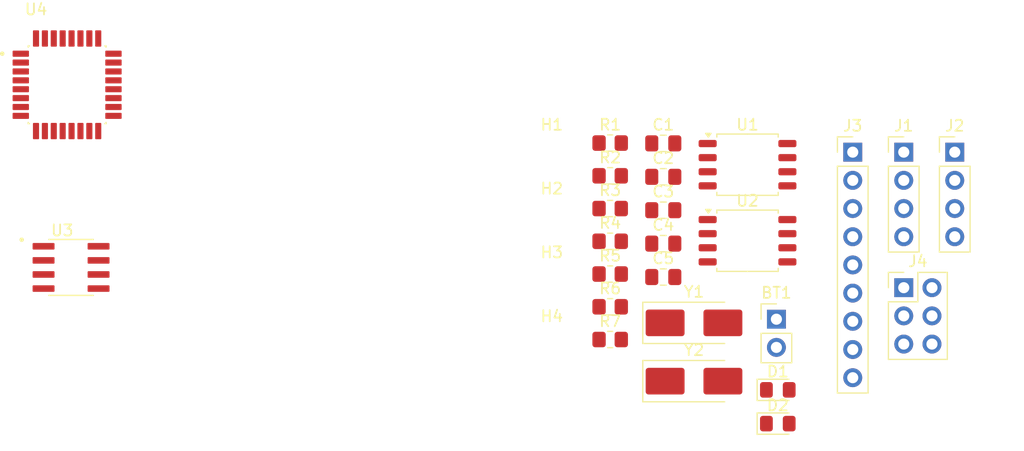
<source format=kicad_pcb>
(kicad_pcb (version 20241229) (generator "pcbnew") (generator_version "9.0")
  (layers (0 "F.Cu" signal) (2 "B.Cu" signal) (13 "F.Paste" user) (15 "B.Paste" user) (5 "F.SilkS" user "F.Silkscreen") (7 "B.SilkS" user "B.Silkscreen") (1 "F.Mask" user) (3 "B.Mask" user) (25 "Edge.Cuts" user))
  (net 0 "")
  (footprint "Resistor_SMD:R_0805_2012Metric_Pad1.20x1.40mm_HandSolder" (layer "F.Cu") (at 128.29 80.49)
    (property "Reference" "R4" (at 0 -1.65 0) (layer "F.SilkS"))
    (property "Value" "4.7K")
    (fp_line (start -0.227064 -0.735) (end 0.227064 -0.735) (stroke (width 0.12)) (layer "F.SilkS"))
    (fp_line (start -0.227064 0.735) (end 0.227064 0.735) (stroke (width 0.12)) (layer "F.SilkS"))
    (pad "1" smd roundrect (at -1 0) (size 1.2 1.4) (layers "F.Cu" "F.Mask" "F.Paste") (roundrect_rratio 0.208333))
    (pad "2" smd roundrect (at 1 0) (size 1.2 1.4) (layers "F.Cu" "F.Mask" "F.Paste") (roundrect_rratio 0.208333))
  )
  (footprint "Crystal:Crystal_SMD_5032-2Pin_5.0x3.2mm_HandSoldering" (layer "F.Cu") (at 135.835 87.84)
    (property "Reference" "Y1" (at 0 -2.8 0) (layer "F.SilkS"))
    (property "Value" "32.768 KHz")
    (fp_line (start -4.61 -1.86) (end -4.61 1.86) (stroke (width 0.12)) (layer "F.SilkS"))
    (fp_line (start -4.61 1.86) (end 2.76 1.86) (stroke (width 0.12)) (layer "F.SilkS"))
    (fp_line (start 2.76 -1.86) (end -4.61 -1.86) (stroke (width 0.12)) (layer "F.SilkS"))
    (pad "1" smd roundrect (at -2.6 0) (size 3.5 2.4) (layers "F.Cu" "F.Mask" "F.Paste") (roundrect_rratio 0.104167))
    (pad "2" smd roundrect (at 2.6 0) (size 3.5 2.4) (layers "F.Cu" "F.Mask" "F.Paste") (roundrect_rratio 0.104167))
  )
  (footprint "Capacitor_SMD:C_0805_2012Metric_Pad1.18x1.45mm_HandSolder" (layer "F.Cu") (at 133.07 71.67)
    (property "Reference" "C1" (at 0 -1.68 0) (layer "F.SilkS"))
    (property "Value" "0.1u")
    (fp_line (start -0.261252 -0.735) (end 0.261252 -0.735) (stroke (width 0.12)) (layer "F.SilkS"))
    (fp_line (start -0.261252 0.735) (end 0.261252 0.735) (stroke (width 0.12)) (layer "F.SilkS"))
    (pad "1" smd roundrect (at -1.0375 0) (size 1.175 1.45) (layers "F.Cu" "F.Mask" "F.Paste") (roundrect_rratio 0.212766))
    (pad "2" smd roundrect (at 1.0375 0) (size 1.175 1.45) (layers "F.Cu" "F.Mask" "F.Paste") (roundrect_rratio 0.212766))
  )
  (footprint "LED_SMD:LED_0805_2012Metric_Pad1.15x1.40mm_HandSolder" (layer "F.Cu") (at 143.375 93.875)
    (property "Reference" "D1" (at 0 -1.65 0) (layer "F.SilkS"))
    (property "Value" "LED")
    (fp_line (start -1.86 -0.96) (end -1.86 0.96) (stroke (width 0.12)) (layer "F.SilkS"))
    (fp_line (start -1.86 0.96) (end 1 0.96) (stroke (width 0.12)) (layer "F.SilkS"))
    (fp_line (start 1 -0.96) (end -1.86 -0.96) (stroke (width 0.12)) (layer "F.SilkS"))
    (pad "1" smd roundrect (at -1.025 0) (size 1.15 1.4) (layers "F.Cu" "F.Mask" "F.Paste") (roundrect_rratio 0.217391))
    (pad "2" smd roundrect (at 1.025 0) (size 1.15 1.4) (layers "F.Cu" "F.Mask" "F.Paste") (roundrect_rratio 0.217391))
  )
  (footprint "Capacitor_SMD:C_0805_2012Metric_Pad1.18x1.45mm_HandSolder" (layer "F.Cu") (at 133.07 80.7)
    (property "Reference" "C4" (at 0 -1.68 0) (layer "F.SilkS"))
    (property "Value" "0.1u")
    (fp_line (start -0.261252 -0.735) (end 0.261252 -0.735) (stroke (width 0.12)) (layer "F.SilkS"))
    (fp_line (start -0.261252 0.735) (end 0.261252 0.735) (stroke (width 0.12)) (layer "F.SilkS"))
    (pad "1" smd roundrect (at -1.0375 0) (size 1.175 1.45) (layers "F.Cu" "F.Mask" "F.Paste") (roundrect_rratio 0.212766))
    (pad "2" smd roundrect (at 1.0375 0) (size 1.175 1.45) (layers "F.Cu" "F.Mask" "F.Paste") (roundrect_rratio 0.212766))
  )
  (footprint "Resistor_SMD:R_0805_2012Metric_Pad1.20x1.40mm_HandSolder" (layer "F.Cu") (at 128.29 71.64)
    (property "Reference" "R1" (at 0 -1.65 0) (layer "F.SilkS"))
    (property "Value" "10K")
    (fp_line (start -0.227064 -0.735) (end 0.227064 -0.735) (stroke (width 0.12)) (layer "F.SilkS"))
    (fp_line (start -0.227064 0.735) (end 0.227064 0.735) (stroke (width 0.12)) (layer "F.SilkS"))
    (pad "1" smd roundrect (at -1 0) (size 1.2 1.4) (layers "F.Cu" "F.Mask" "F.Paste") (roundrect_rratio 0.208333))
    (pad "2" smd roundrect (at 1 0) (size 1.2 1.4) (layers "F.Cu" "F.Mask" "F.Paste") (roundrect_rratio 0.208333))
  )
  (footprint "Connector_PinHeader_2.54mm:PinHeader_1x09_P2.54mm_Vertical" (layer "F.Cu") (at 150.12 72.46)
    (property "Reference" "J3" (at 0 -2.38 0) (layer "F.SilkS"))
    (property "Value" "Conn_01x09_Pin")
    (fp_line (start -1.38 -1.38) (end 0 -1.38) (stroke (width 0.12)) (layer "F.SilkS"))
    (fp_line (start -1.38 0) (end -1.38 -1.38) (stroke (width 0.12)) (layer "F.SilkS"))
    (fp_line (start -1.38 1.27) (end -1.38 21.7) (stroke (width 0.12)) (layer "F.SilkS"))
    (fp_line (start -1.38 1.27) (end 1.38 1.27) (stroke (width 0.12)) (layer "F.SilkS"))
    (fp_line (start -1.38 21.7) (end 1.38 21.7) (stroke (width 0.12)) (layer "F.SilkS"))
    (fp_line (start 1.38 1.27) (end 1.38 21.7) (stroke (width 0.12)) (layer "F.SilkS"))
    (pad "1" thru_hole rect (at 0 0) (size 1.7 1.7) (drill 1) (layers "*.Cu" "*.Mask"))
    (pad "2" thru_hole circle (at 0 2.54) (size 1.7 1.7) (drill 1) (layers "*.Cu" "*.Mask"))
    (pad "3" thru_hole circle (at 0 5.08) (size 1.7 1.7) (drill 1) (layers "*.Cu" "*.Mask"))
    (pad "4" thru_hole circle (at 0 7.62) (size 1.7 1.7) (drill 1) (layers "*.Cu" "*.Mask"))
    (pad "5" thru_hole circle (at 0 10.16) (size 1.7 1.7) (drill 1) (layers "*.Cu" "*.Mask"))
    (pad "6" thru_hole circle (at 0 12.7) (size 1.7 1.7) (drill 1) (layers "*.Cu" "*.Mask"))
    (pad "7" thru_hole circle (at 0 15.24) (size 1.7 1.7) (drill 1) (layers "*.Cu" "*.Mask"))
    (pad "8" thru_hole circle (at 0 17.78) (size 1.7 1.7) (drill 1) (layers "*.Cu" "*.Mask"))
    (pad "9" thru_hole circle (at 0 20.32) (size 1.7 1.7) (drill 1) (layers "*.Cu" "*.Mask"))
  )
  (footprint "Resistor_SMD:R_0805_2012Metric_Pad1.20x1.40mm_HandSolder" (layer "F.Cu") (at 128.29 77.54)
    (property "Reference" "R3" (at 0 -1.65 0) (layer "F.SilkS"))
    (property "Value" "4.7K")
    (fp_line (start -0.227064 -0.735) (end 0.227064 -0.735) (stroke (width 0.12)) (layer "F.SilkS"))
    (fp_line (start -0.227064 0.735) (end 0.227064 0.735) (stroke (width 0.12)) (layer "F.SilkS"))
    (pad "1" smd roundrect (at -1 0) (size 1.2 1.4) (layers "F.Cu" "F.Mask" "F.Paste") (roundrect_rratio 0.208333))
    (pad "2" smd roundrect (at 1 0) (size 1.2 1.4) (layers "F.Cu" "F.Mask" "F.Paste") (roundrect_rratio 0.208333))
  )
  (footprint "Package_SO:SOIC-8_5.3x5.3mm_P1.27mm" (layer "F.Cu") (at 140.65 80.44)
    (property "Reference" "U2" (at 0 -3.6 0) (layer "F.SilkS"))
    (property "Value" "24LC1025")
    (fp_line (start -2.76 -2.76) (end -2.76 -2.49) (stroke (width 0.12)) (layer "F.SilkS"))
    (fp_line (start -2.76 2.76) (end -2.76 2.49) (stroke (width 0.12)) (layer "F.SilkS"))
    (fp_line (start 0 -2.76) (end -2.76 -2.76) (stroke (width 0.12)) (layer "F.SilkS"))
    (fp_line (start 0 -2.76) (end 2.76 -2.76) (stroke (width 0.12)) (layer "F.SilkS"))
    (fp_line (start 0 2.76) (end -2.76 2.76) (stroke (width 0.12)) (layer "F.SilkS"))
    (fp_line (start 0 2.76) (end 2.76 2.76) (stroke (width 0.12)) (layer "F.SilkS"))
    (fp_line (start 2.76 -2.76) (end 2.76 -2.49) (stroke (width 0.12)) (layer "F.SilkS"))
    (fp_line (start 2.76 2.76) (end 2.76 2.49) (stroke (width 0.12)) (layer "F.SilkS"))
    (fp_poly (pts (xy -3.525 -2.49) (xy -3.765 -2.82) (xy -3.285 -2.82)) (stroke (width 0.12)) (fill yes) (layer "F.SilkS"))
    (pad "1" smd roundrect (at -3.5875 -1.905) (size 1.625 0.65) (layers "F.Cu" "F.Mask" "F.Paste"))
    (pad "2" smd roundrect (at -3.5875 -0.635) (size 1.625 0.65) (layers "F.Cu" "F.Mask" "F.Paste"))
    (pad "3" smd roundrect (at -3.5875 0.635) (size 1.625 0.65) (layers "F.Cu" "F.Mask" "F.Paste"))
    (pad "4" smd roundrect (at -3.5875 1.905) (size 1.625 0.65) (layers "F.Cu" "F.Mask" "F.Paste"))
    (pad "5" smd roundrect (at 3.5875 1.905) (size 1.625 0.65) (layers "F.Cu" "F.Mask" "F.Paste"))
    (pad "6" smd roundrect (at 3.5875 0.635) (size 1.625 0.65) (layers "F.Cu" "F.Mask" "F.Paste"))
    (pad "7" smd roundrect (at 3.5875 -0.635) (size 1.625 0.65) (layers "F.Cu" "F.Mask" "F.Paste"))
    (pad "8" smd roundrect (at 3.5875 -1.905) (size 1.625 0.65) (layers "F.Cu" "F.Mask" "F.Paste"))
  )
  (footprint "Connector_PinHeader_2.54mm:PinHeader_2x03_P2.54mm_Vertical" (layer "F.Cu") (at 154.71 84.67)
    (property "Reference" "J4" (at 1.27 -2.38 0) (layer "F.SilkS"))
    (property "Value" "Conn_02x03_Odd_Even")
    (fp_line (start -1.38 -1.38) (end 0 -1.38) (stroke (width 0.12)) (layer "F.SilkS"))
    (fp_line (start -1.38 0) (end -1.38 -1.38) (stroke (width 0.12)) (layer "F.SilkS"))
    (fp_line (start -1.38 1.27) (end -1.38 6.46) (stroke (width 0.12)) (layer "F.SilkS"))
    (fp_line (start -1.38 1.27) (end 1.27 1.27) (stroke (width 0.12)) (layer "F.SilkS"))
    (fp_line (start -1.38 6.46) (end 3.92 6.46) (stroke (width 0.12)) (layer "F.SilkS"))
    (fp_line (start 1.27 -1.38) (end 3.92 -1.38) (stroke (width 0.12)) (layer "F.SilkS"))
    (fp_line (start 1.27 1.27) (end 1.27 -1.38) (stroke (width 0.12)) (layer "F.SilkS"))
    (fp_line (start 3.92 -1.38) (end 3.92 6.46) (stroke (width 0.12)) (layer "F.SilkS"))
    (pad "1" thru_hole rect (at 0 0) (size 1.7 1.7) (drill 1) (layers "*.Cu" "*.Mask"))
    (pad "2" thru_hole circle (at 2.54 0) (size 1.7 1.7) (drill 1) (layers "*.Cu" "*.Mask"))
    (pad "3" thru_hole circle (at 0 2.54) (size 1.7 1.7) (drill 1) (layers "*.Cu" "*.Mask"))
    (pad "4" thru_hole circle (at 2.54 2.54) (size 1.7 1.7) (drill 1) (layers "*.Cu" "*.Mask"))
    (pad "5" thru_hole circle (at 0 5.08) (size 1.7 1.7) (drill 1) (layers "*.Cu" "*.Mask"))
    (pad "6" thru_hole circle (at 2.54 5.08) (size 1.7 1.7) (drill 1) (layers "*.Cu" "*.Mask"))
  )
  (footprint "ATMEGA328P-AU:QFP80P900X900X120-32N" (layer "F.Cu") (at 79.42 66.39)
    (property "Reference" "U4" (at -2.795 -6.79 0) (layer "F.SilkS"))
    (property "Value" "ATMEGA328P-AU")
    (fp_line (start -3.5 -3.5) (end -3.5 -3.395) (stroke (width 0.127)) (layer "F.SilkS"))
    (fp_line (start -3.5 -3.5) (end -3.395 -3.5) (stroke (width 0.127)) (layer "F.SilkS"))
    (fp_line (start -3.5 3.5) (end -3.5 3.395) (stroke (width 0.127)) (layer "F.SilkS"))
    (fp_line (start -3.5 3.5) (end -3.395 3.5) (stroke (width 0.127)) (layer "F.SilkS"))
    (fp_line (start 3.5 -3.5) (end 3.395 -3.5) (stroke (width 0.127)) (layer "F.SilkS"))
    (fp_line (start 3.5 -3.5) (end 3.5 -3.395) (stroke (width 0.127)) (layer "F.SilkS"))
    (fp_line (start 3.5 3.5) (end 3.395 3.5) (stroke (width 0.127)) (layer "F.SilkS"))
    (fp_line (start 3.5 3.5) (end 3.5 3.395) (stroke (width 0.127)) (layer "F.SilkS"))
    (fp_circle (center -5.84 -2.8) (end -5.74 -2.8) (stroke (width 0.2)) (fill no) (layer "F.SilkS"))
    (pad "1" smd roundrect (at -4.17 -2.8) (size 1.47 0.55) (layers "F.Cu" "F.Mask" "F.Paste") (roundrect_rratio 0.125))
    (pad "2" smd roundrect (at -4.17 -2) (size 1.47 0.55) (layers "F.Cu" "F.Mask" "F.Paste") (roundrect_rratio 0.125))
    (pad "3" smd roundrect (at -4.17 -1.2) (size 1.47 0.55) (layers "F.Cu" "F.Mask" "F.Paste") (roundrect_rratio 0.125))
    (pad "4" smd roundrect (at -4.17 -0.4) (size 1.47 0.55) (layers "F.Cu" "F.Mask" "F.Paste") (roundrect_rratio 0.125))
    (pad "5" smd roundrect (at -4.17 0.4) (size 1.47 0.55) (layers "F.Cu" "F.Mask" "F.Paste") (roundrect_rratio 0.125))
    (pad "6" smd roundrect (at -4.17 1.2) (size 1.47 0.55) (layers "F.Cu" "F.Mask" "F.Paste") (roundrect_rratio 0.125))
    (pad "7" smd roundrect (at -4.17 2) (size 1.47 0.55) (layers "F.Cu" "F.Mask" "F.Paste") (roundrect_rratio 0.125))
    (pad "8" smd roundrect (at -4.17 2.8) (size 1.47 0.55) (layers "F.Cu" "F.Mask" "F.Paste") (roundrect_rratio 0.125))
    (pad "9" smd roundrect (at -2.8 4.17) (size 0.55 1.47) (layers "F.Cu" "F.Mask" "F.Paste") (roundrect_rratio 0.125))
    (pad "10" smd roundrect (at -2 4.17) (size 0.55 1.47) (layers "F.Cu" "F.Mask" "F.Paste") (roundrect_rratio 0.125))
    (pad "11" smd roundrect (at -1.2 4.17) (size 0.55 1.47) (layers "F.Cu" "F.Mask" "F.Paste") (roundrect_rratio 0.125))
    (pad "12" smd roundrect (at -0.4 4.17) (size 0.55 1.47) (layers "F.Cu" "F.Mask" "F.Paste") (roundrect_rratio 0.125))
    (pad "13" smd roundrect (at 0.4 4.17) (size 0.55 1.47) (layers "F.Cu" "F.Mask" "F.Paste") (roundrect_rratio 0.125))
    (pad "14" smd roundrect (at 1.2 4.17) (size 0.55 1.47) (layers "F.Cu" "F.Mask" "F.Paste") (roundrect_rratio 0.125))
    (pad "15" smd roundrect (at 2 4.17) (size 0.55 1.47) (layers "F.Cu" "F.Mask" "F.Paste") (roundrect_rratio 0.125))
    (pad "16" smd roundrect (at 2.8 4.17) (size 0.55 1.47) (layers "F.Cu" "F.Mask" "F.Paste") (roundrect_rratio 0.125))
    (pad "17" smd roundrect (at 4.17 2.8) (size 1.47 0.55) (layers "F.Cu" "F.Mask" "F.Paste") (roundrect_rratio 0.125))
    (pad "18" smd roundrect (at 4.17 2) (size 1.47 0.55) (layers "F.Cu" "F.Mask" "F.Paste") (roundrect_rratio 0.125))
    (pad "19" smd roundrect (at 4.17 1.2) (size 1.47 0.55) (layers "F.Cu" "F.Mask" "F.Paste") (roundrect_rratio 0.125))
    (pad "20" smd roundrect (at 4.17 0.4) (size 1.47 0.55) (layers "F.Cu" "F.Mask" "F.Paste") (roundrect_rratio 0.125))
    (pad "21" smd roundrect (at 4.17 -0.4) (size 1.47 0.55) (layers "F.Cu" "F.Mask" "F.Paste") (roundrect_rratio 0.125))
    (pad "22" smd roundrect (at 4.17 -1.2) (size 1.47 0.55) (layers "F.Cu" "F.Mask" "F.Paste") (roundrect_rratio 0.125))
    (pad "23" smd roundrect (at 4.17 -2) (size 1.47 0.55) (layers "F.Cu" "F.Mask" "F.Paste") (roundrect_rratio 0.125))
    (pad "24" smd roundrect (at 4.17 -2.8) (size 1.47 0.55) (layers "F.Cu" "F.Mask" "F.Paste") (roundrect_rratio 0.125))
    (pad "25" smd roundrect (at 2.8 -4.17) (size 0.55 1.47) (layers "F.Cu" "F.Mask" "F.Paste") (roundrect_rratio 0.125))
    (pad "26" smd roundrect (at 2 -4.17) (size 0.55 1.47) (layers "F.Cu" "F.Mask" "F.Paste") (roundrect_rratio 0.125))
    (pad "27" smd roundrect (at 1.2 -4.17) (size 0.55 1.47) (layers "F.Cu" "F.Mask" "F.Paste") (roundrect_rratio 0.125))
    (pad "28" smd roundrect (at 0.4 -4.17) (size 0.55 1.47) (layers "F.Cu" "F.Mask" "F.Paste") (roundrect_rratio 0.125))
    (pad "29" smd roundrect (at -0.4 -4.17) (size 0.55 1.47) (layers "F.Cu" "F.Mask" "F.Paste") (roundrect_rratio 0.125))
    (pad "30" smd roundrect (at -1.2 -4.17) (size 0.55 1.47) (layers "F.Cu" "F.Mask" "F.Paste") (roundrect_rratio 0.125))
    (pad "31" smd roundrect (at -2 -4.17) (size 0.55 1.47) (layers "F.Cu" "F.Mask" "F.Paste") (roundrect_rratio 0.125))
    (pad "32" smd roundrect (at -2.8 -4.17) (size 0.55 1.47) (layers "F.Cu" "F.Mask" "F.Paste") (roundrect_rratio 0.125))
  )
  (footprint "Resistor_SMD:R_0805_2012Metric_Pad1.20x1.40mm_HandSolder" (layer "F.Cu") (at 128.29 74.59)
    (property "Reference" "R2" (at 0 -1.65 0) (layer "F.SilkS"))
    (property "Value" "10K")
    (fp_line (start -0.227064 -0.735) (end 0.227064 -0.735) (stroke (width 0.12)) (layer "F.SilkS"))
    (fp_line (start -0.227064 0.735) (end 0.227064 0.735) (stroke (width 0.12)) (layer "F.SilkS"))
    (pad "1" smd roundrect (at -1 0) (size 1.2 1.4) (layers "F.Cu" "F.Mask" "F.Paste") (roundrect_rratio 0.208333))
    (pad "2" smd roundrect (at 1 0) (size 1.2 1.4) (layers "F.Cu" "F.Mask" "F.Paste") (roundrect_rratio 0.208333))
  )
  (footprint "Connector_PinHeader_2.54mm:PinHeader_1x04_P2.54mm_Vertical" (layer "F.Cu") (at 154.71 72.46)
    (property "Reference" "J1" (at 0 -2.38 0) (layer "F.SilkS"))
    (property "Value" "Conn_01x04_Pin")
    (fp_line (start -1.38 -1.38) (end 0 -1.38) (stroke (width 0.12)) (layer "F.SilkS"))
    (fp_line (start -1.38 0) (end -1.38 -1.38) (stroke (width 0.12)) (layer "F.SilkS"))
    (fp_line (start -1.38 1.27) (end -1.38 9) (stroke (width 0.12)) (layer "F.SilkS"))
    (fp_line (start -1.38 1.27) (end 1.38 1.27) (stroke (width 0.12)) (layer "F.SilkS"))
    (fp_line (start -1.38 9) (end 1.38 9) (stroke (width 0.12)) (layer "F.SilkS"))
    (fp_line (start 1.38 1.27) (end 1.38 9) (stroke (width 0.12)) (layer "F.SilkS"))
    (pad "1" thru_hole rect (at 0 0) (size 1.7 1.7) (drill 1) (layers "*.Cu" "*.Mask"))
    (pad "2" thru_hole circle (at 0 2.54) (size 1.7 1.7) (drill 1) (layers "*.Cu" "*.Mask"))
    (pad "3" thru_hole circle (at 0 5.08) (size 1.7 1.7) (drill 1) (layers "*.Cu" "*.Mask"))
    (pad "4" thru_hole circle (at 0 7.62) (size 1.7 1.7) (drill 1) (layers "*.Cu" "*.Mask"))
  )
  (footprint "MountingHole:MountingHole_2.1mm" (layer "F.Cu") (at 123.04 78.79)
    (property "Reference" "H2" (at 0 -3.05 0) (layer "F.SilkS"))
    (property "Value" "MountingHole")
    (pad "" np_thru_hole circle (at 0 0) (size 2.1 2.1) (drill 2.1) (layers "*.Cu" "*.Mask"))
  )
  (footprint "Resistor_SMD:R_0805_2012Metric_Pad1.20x1.40mm_HandSolder" (layer "F.Cu") (at 128.29 83.44)
    (property "Reference" "R5" (at 0 -1.65 0) (layer "F.SilkS"))
    (property "Value" "330")
    (fp_line (start -0.227064 -0.735) (end 0.227064 -0.735) (stroke (width 0.12)) (layer "F.SilkS"))
    (fp_line (start -0.227064 0.735) (end 0.227064 0.735) (stroke (width 0.12)) (layer "F.SilkS"))
    (pad "1" smd roundrect (at -1 0) (size 1.2 1.4) (layers "F.Cu" "F.Mask" "F.Paste") (roundrect_rratio 0.208333))
    (pad "2" smd roundrect (at 1 0) (size 1.2 1.4) (layers "F.Cu" "F.Mask" "F.Paste") (roundrect_rratio 0.208333))
  )
  (footprint "Capacitor_SMD:C_0805_2012Metric_Pad1.18x1.45mm_HandSolder" (layer "F.Cu") (at 133.07 74.68)
    (property "Reference" "C2" (at 0 -1.68 0) (layer "F.SilkS"))
    (property "Value" "22p")
    (fp_line (start -0.261252 -0.735) (end 0.261252 -0.735) (stroke (width 0.12)) (layer "F.SilkS"))
    (fp_line (start -0.261252 0.735) (end 0.261252 0.735) (stroke (width 0.12)) (layer "F.SilkS"))
    (pad "1" smd roundrect (at -1.0375 0) (size 1.175 1.45) (layers "F.Cu" "F.Mask" "F.Paste") (roundrect_rratio 0.212766))
    (pad "2" smd roundrect (at 1.0375 0) (size 1.175 1.45) (layers "F.Cu" "F.Mask" "F.Paste") (roundrect_rratio 0.212766))
  )
  (footprint "Connector_PinHeader_2.54mm:PinHeader_1x04_P2.54mm_Vertical" (layer "F.Cu") (at 159.3 72.46)
    (property "Reference" "J2" (at 0 -2.38 0) (layer "F.SilkS"))
    (property "Value" "Conn_01x04_Pin")
    (fp_line (start -1.38 -1.38) (end 0 -1.38) (stroke (width 0.12)) (layer "F.SilkS"))
    (fp_line (start -1.38 0) (end -1.38 -1.38) (stroke (width 0.12)) (layer "F.SilkS"))
    (fp_line (start -1.38 1.27) (end -1.38 9) (stroke (width 0.12)) (layer "F.SilkS"))
    (fp_line (start -1.38 1.27) (end 1.38 1.27) (stroke (width 0.12)) (layer "F.SilkS"))
    (fp_line (start -1.38 9) (end 1.38 9) (stroke (width 0.12)) (layer "F.SilkS"))
    (fp_line (start 1.38 1.27) (end 1.38 9) (stroke (width 0.12)) (layer "F.SilkS"))
    (pad "1" thru_hole rect (at 0 0) (size 1.7 1.7) (drill 1) (layers "*.Cu" "*.Mask"))
    (pad "2" thru_hole circle (at 0 2.54) (size 1.7 1.7) (drill 1) (layers "*.Cu" "*.Mask"))
    (pad "3" thru_hole circle (at 0 5.08) (size 1.7 1.7) (drill 1) (layers "*.Cu" "*.Mask"))
    (pad "4" thru_hole circle (at 0 7.62) (size 1.7 1.7) (drill 1) (layers "*.Cu" "*.Mask"))
  )
  (footprint "Resistor_SMD:R_0805_2012Metric_Pad1.20x1.40mm_HandSolder" (layer "F.Cu") (at 128.29 89.34)
    (property "Reference" "R7" (at 0 -1.65 0) (layer "F.SilkS"))
    (property "Value" "330")
    (fp_line (start -0.227064 -0.735) (end 0.227064 -0.735) (stroke (width 0.12)) (layer "F.SilkS"))
    (fp_line (start -0.227064 0.735) (end 0.227064 0.735) (stroke (width 0.12)) (layer "F.SilkS"))
    (pad "1" smd roundrect (at -1 0) (size 1.2 1.4) (layers "F.Cu" "F.Mask" "F.Paste") (roundrect_rratio 0.208333))
    (pad "2" smd roundrect (at 1 0) (size 1.2 1.4) (layers "F.Cu" "F.Mask" "F.Paste") (roundrect_rratio 0.208333))
  )
  (footprint "LED_SMD:LED_0805_2012Metric_Pad1.15x1.40mm_HandSolder" (layer "F.Cu") (at 143.375 96.915)
    (property "Reference" "D2" (at 0 -1.65 0) (layer "F.SilkS"))
    (property "Value" "LED")
    (fp_line (start -1.86 -0.96) (end -1.86 0.96) (stroke (width 0.12)) (layer "F.SilkS"))
    (fp_line (start -1.86 0.96) (end 1 0.96) (stroke (width 0.12)) (layer "F.SilkS"))
    (fp_line (start 1 -0.96) (end -1.86 -0.96) (stroke (width 0.12)) (layer "F.SilkS"))
    (pad "1" smd roundrect (at -1.025 0) (size 1.15 1.4) (layers "F.Cu" "F.Mask" "F.Paste") (roundrect_rratio 0.217391))
    (pad "2" smd roundrect (at 1.025 0) (size 1.15 1.4) (layers "F.Cu" "F.Mask" "F.Paste") (roundrect_rratio 0.217391))
  )
  (footprint "Capacitor_SMD:C_0805_2012Metric_Pad1.18x1.45mm_HandSolder" (layer "F.Cu") (at 133.07 77.69)
    (property "Reference" "C3" (at 0 -1.68 0) (layer "F.SilkS"))
    (property "Value" "22p")
    (fp_line (start -0.261252 -0.735) (end 0.261252 -0.735) (stroke (width 0.12)) (layer "F.SilkS"))
    (fp_line (start -0.261252 0.735) (end 0.261252 0.735) (stroke (width 0.12)) (layer "F.SilkS"))
    (pad "1" smd roundrect (at -1.0375 0) (size 1.175 1.45) (layers "F.Cu" "F.Mask" "F.Paste") (roundrect_rratio 0.212766))
    (pad "2" smd roundrect (at 1.0375 0) (size 1.175 1.45) (layers "F.Cu" "F.Mask" "F.Paste") (roundrect_rratio 0.212766))
  )
  (footprint "MountingHole:MountingHole_2.1mm" (layer "F.Cu") (at 123.04 84.54)
    (property "Reference" "H3" (at 0 -3.05 0) (layer "F.SilkS"))
    (property "Value" "MountingHole")
    (pad "" np_thru_hole circle (at 0 0) (size 2.1 2.1) (drill 2.1) (layers "*.Cu" "*.Mask"))
  )
  (footprint "Package_SO:SOIC-8_5.3x5.3mm_P1.27mm" (layer "F.Cu") (at 140.65 73.59)
    (property "Reference" "U1" (at 0 -3.6 0) (layer "F.SilkS"))
    (property "Value" "24LC1025")
    (fp_line (start -2.76 -2.76) (end -2.76 -2.49) (stroke (width 0.12)) (layer "F.SilkS"))
    (fp_line (start -2.76 2.76) (end -2.76 2.49) (stroke (width 0.12)) (layer "F.SilkS"))
    (fp_line (start 0 -2.76) (end -2.76 -2.76) (stroke (width 0.12)) (layer "F.SilkS"))
    (fp_line (start 0 -2.76) (end 2.76 -2.76) (stroke (width 0.12)) (layer "F.SilkS"))
    (fp_line (start 0 2.76) (end -2.76 2.76) (stroke (width 0.12)) (layer "F.SilkS"))
    (fp_line (start 0 2.76) (end 2.76 2.76) (stroke (width 0.12)) (layer "F.SilkS"))
    (fp_line (start 2.76 -2.76) (end 2.76 -2.49) (stroke (width 0.12)) (layer "F.SilkS"))
    (fp_line (start 2.76 2.76) (end 2.76 2.49) (stroke (width 0.12)) (layer "F.SilkS"))
    (fp_poly (pts (xy -3.525 -2.49) (xy -3.765 -2.82) (xy -3.285 -2.82)) (stroke (width 0.12)) (fill yes) (layer "F.SilkS"))
    (pad "1" smd roundrect (at -3.5875 -1.905) (size 1.625 0.65) (layers "F.Cu" "F.Mask" "F.Paste"))
    (pad "2" smd roundrect (at -3.5875 -0.635) (size 1.625 0.65) (layers "F.Cu" "F.Mask" "F.Paste"))
    (pad "3" smd roundrect (at -3.5875 0.635) (size 1.625 0.65) (layers "F.Cu" "F.Mask" "F.Paste"))
    (pad "4" smd roundrect (at -3.5875 1.905) (size 1.625 0.65) (layers "F.Cu" "F.Mask" "F.Paste"))
    (pad "5" smd roundrect (at 3.5875 1.905) (size 1.625 0.65) (layers "F.Cu" "F.Mask" "F.Paste"))
    (pad "6" smd roundrect (at 3.5875 0.635) (size 1.625 0.65) (layers "F.Cu" "F.Mask" "F.Paste"))
    (pad "7" smd roundrect (at 3.5875 -0.635) (size 1.625 0.65) (layers "F.Cu" "F.Mask" "F.Paste"))
    (pad "8" smd roundrect (at 3.5875 -1.905) (size 1.625 0.65) (layers "F.Cu" "F.Mask" "F.Paste"))
  )
  (footprint "Capacitor_SMD:C_0805_2012Metric_Pad1.18x1.45mm_HandSolder" (layer "F.Cu") (at 133.07 83.71)
    (property "Reference" "C5" (at 0 -1.68 0) (layer "F.SilkS"))
    (property "Value" "100n")
    (fp_line (start -0.261252 -0.735) (end 0.261252 -0.735) (stroke (width 0.12)) (layer "F.SilkS"))
    (fp_line (start -0.261252 0.735) (end 0.261252 0.735) (stroke (width 0.12)) (layer "F.SilkS"))
    (pad "1" smd roundrect (at -1.0375 0) (size 1.175 1.45) (layers "F.Cu" "F.Mask" "F.Paste") (roundrect_rratio 0.212766))
    (pad "2" smd roundrect (at 1.0375 0) (size 1.175 1.45) (layers "F.Cu" "F.Mask" "F.Paste") (roundrect_rratio 0.212766))
  )
  (footprint "Resistor_SMD:R_0805_2012Metric_Pad1.20x1.40mm_HandSolder" (layer "F.Cu") (at 128.29 86.39)
    (property "Reference" "R6" (at 0 -1.65 0) (layer "F.SilkS"))
    (property "Value" "10K")
    (fp_line (start -0.227064 -0.735) (end 0.227064 -0.735) (stroke (width 0.12)) (layer "F.SilkS"))
    (fp_line (start -0.227064 0.735) (end 0.227064 0.735) (stroke (width 0.12)) (layer "F.SilkS"))
    (pad "1" smd roundrect (at -1 0) (size 1.2 1.4) (layers "F.Cu" "F.Mask" "F.Paste") (roundrect_rratio 0.208333))
    (pad "2" smd roundrect (at 1 0) (size 1.2 1.4) (layers "F.Cu" "F.Mask" "F.Paste") (roundrect_rratio 0.208333))
  )
  (footprint "DS1337S_:SOIC127P600X175-8N" (layer "F.Cu") (at 79.775 82.845)
    (property "Reference" "U3" (at -0.795 -3.332 0) (layer "F.SilkS"))
    (property "Value" "DS1337S_")
    (fp_line (start -2 -2.52) (end 2 -2.52) (stroke (width 0.127)) (layer "F.SilkS"))
    (fp_line (start -2 2.52) (end 2 2.52) (stroke (width 0.127)) (layer "F.SilkS"))
    (fp_circle (center -4.445 -2.495) (end -4.345 -2.495) (stroke (width 0.2)) (fill no) (layer "F.SilkS"))
    (pad "1" smd roundrect (at -2.475 -1.905) (size 1.97 0.59) (layers "F.Cu" "F.Mask" "F.Paste") (roundrect_rratio 0.125))
    (pad "2" smd roundrect (at -2.475 -0.635) (size 1.97 0.59) (layers "F.Cu" "F.Mask" "F.Paste") (roundrect_rratio 0.125))
    (pad "3" smd roundrect (at -2.475 0.635) (size 1.97 0.59) (layers "F.Cu" "F.Mask" "F.Paste") (roundrect_rratio 0.125))
    (pad "4" smd roundrect (at -2.475 1.905) (size 1.97 0.59) (layers "F.Cu" "F.Mask" "F.Paste") (roundrect_rratio 0.125))
    (pad "5" smd roundrect (at 2.475 1.905) (size 1.97 0.59) (layers "F.Cu" "F.Mask" "F.Paste") (roundrect_rratio 0.125))
    (pad "6" smd roundrect (at 2.475 0.635) (size 1.97 0.59) (layers "F.Cu" "F.Mask" "F.Paste") (roundrect_rratio 0.125))
    (pad "7" smd roundrect (at 2.475 -0.635) (size 1.97 0.59) (layers "F.Cu" "F.Mask" "F.Paste") (roundrect_rratio 0.125))
    (pad "8" smd roundrect (at 2.475 -1.905) (size 1.97 0.59) (layers "F.Cu" "F.Mask" "F.Paste") (roundrect_rratio 0.125))
  )
  (footprint "MountingHole:MountingHole_2.1mm" (layer "F.Cu") (at 123.04 90.29)
    (property "Reference" "H4" (at 0 -3.05 0) (layer "F.SilkS"))
    (property "Value" "MountingHole")
    (pad "" np_thru_hole circle (at 0 0) (size 2.1 2.1) (drill 2.1) (layers "*.Cu" "*.Mask"))
  )
  (footprint "MountingHole:MountingHole_2.1mm" (layer "F.Cu") (at 123.04 73.04)
    (property "Reference" "H1" (at 0 -3.05 0) (layer "F.SilkS"))
    (property "Value" "MountingHole")
    (pad "" np_thru_hole circle (at 0 0) (size 2.1 2.1) (drill 2.1) (layers "*.Cu" "*.Mask"))
  )
  (footprint "Crystal:Crystal_SMD_5032-2Pin_5.0x3.2mm_HandSoldering" (layer "F.Cu") (at 135.835 93.09)
    (property "Reference" "Y2" (at 0 -2.8 0) (layer "F.SilkS"))
    (property "Value" "16 MHz")
    (fp_line (start -4.61 -1.86) (end -4.61 1.86) (stroke (width 0.12)) (layer "F.SilkS"))
    (fp_line (start -4.61 1.86) (end 2.76 1.86) (stroke (width 0.12)) (layer "F.SilkS"))
    (fp_line (start 2.76 -1.86) (end -4.61 -1.86) (stroke (width 0.12)) (layer "F.SilkS"))
    (pad "1" smd roundrect (at -2.6 0) (size 3.5 2.4) (layers "F.Cu" "F.Mask" "F.Paste") (roundrect_rratio 0.104167))
    (pad "2" smd roundrect (at 2.6 0) (size 3.5 2.4) (layers "F.Cu" "F.Mask" "F.Paste") (roundrect_rratio 0.104167))
  )
  (footprint "Connector_PinHeader_2.54mm:PinHeader_1x02_P2.54mm_Vertical" (layer "F.Cu") (at 143.25 87.51)
    (property "Reference" "BT1" (at 0 -2.38 0) (layer "F.SilkS"))
    (property "Value" "Battery")
    (fp_line (start -1.38 -1.38) (end 0 -1.38) (stroke (width 0.12)) (layer "F.SilkS"))
    (fp_line (start -1.38 0) (end -1.38 -1.38) (stroke (width 0.12)) (layer "F.SilkS"))
    (fp_line (start -1.38 1.27) (end -1.38 3.92) (stroke (width 0.12)) (layer "F.SilkS"))
    (fp_line (start -1.38 1.27) (end 1.38 1.27) (stroke (width 0.12)) (layer "F.SilkS"))
    (fp_line (start -1.38 3.92) (end 1.38 3.92) (stroke (width 0.12)) (layer "F.SilkS"))
    (fp_line (start 1.38 1.27) (end 1.38 3.92) (stroke (width 0.12)) (layer "F.SilkS"))
    (pad "1" thru_hole rect (at 0 0) (size 1.7 1.7) (drill 1) (layers "*.Cu" "*.Mask"))
    (pad "2" thru_hole circle (at 0 2.54) (size 1.7 1.7) (drill 1) (layers "*.Cu" "*.Mask"))
  )
)
</source>
